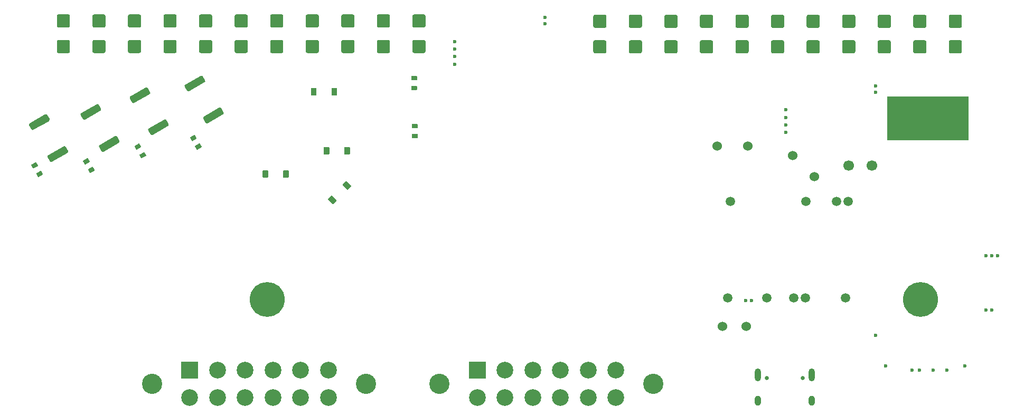
<source format=gbs>
G04 #@! TF.GenerationSoftware,KiCad,Pcbnew,7.0.9-7.0.9~ubuntu22.04.1*
G04 #@! TF.CreationDate,2023-12-29T01:41:11+00:00*
G04 #@! TF.ProjectId,uaeficopiedtovfr,75616566-6963-46f7-9069-6564746f7666,rev?*
G04 #@! TF.SameCoordinates,Original*
G04 #@! TF.FileFunction,Soldermask,Bot*
G04 #@! TF.FilePolarity,Negative*
%FSLAX46Y46*%
G04 Gerber Fmt 4.6, Leading zero omitted, Abs format (unit mm)*
G04 Created by KiCad (PCBNEW 7.0.9-7.0.9~ubuntu22.04.1) date 2023-12-29 01:41:11*
%MOMM*%
%LPD*%
G01*
G04 APERTURE LIST*
%ADD10C,0.120000*%
%ADD11C,1.524000*%
%ADD12R,2.682000X2.682000*%
%ADD13C,2.682000*%
%ADD14C,3.240000*%
%ADD15C,5.600000*%
%ADD16C,0.600000*%
%ADD17C,0.599999*%
%ADD18C,1.500000*%
%ADD19C,1.700000*%
%ADD20C,0.650000*%
%ADD21O,1.000000X2.100000*%
%ADD22O,1.000000X1.600000*%
G04 APERTURE END LIST*
G04 #@! TO.C,U2*
D10*
X153712500Y45175000D02*
X140712500Y45175000D01*
X140712500Y52175000D01*
X153712500Y52175000D01*
X153712500Y45175000D01*
G36*
X153712500Y45175000D02*
G01*
X140712500Y45175000D01*
X140712500Y52175000D01*
X153712500Y52175000D01*
X153712500Y45175000D01*
G37*
G04 #@! TD*
D11*
G04 #@! TO.C,R4*
X118105000Y15275000D03*
X114295000Y15275000D03*
G04 #@! TD*
D12*
G04 #@! TO.C,J4*
X75010000Y8225000D03*
D13*
X79460000Y8225000D03*
X83900000Y8225000D03*
X88350000Y8225000D03*
X92790000Y8225000D03*
X97240000Y8225000D03*
X97240000Y3775000D03*
X92790000Y3775000D03*
X88350000Y3775000D03*
X83900000Y3775000D03*
X79460000Y3775000D03*
X75010000Y3775000D03*
D14*
X68975000Y5995000D03*
X103265000Y5995000D03*
G04 #@! TD*
D15*
G04 #@! TO.C,H2*
X41350000Y19550000D03*
G04 #@! TD*
D16*
G04 #@! TO.C,M2*
X156575002Y26550000D03*
X157525002Y26550000D03*
X158475000Y26550000D03*
X157475002Y17850000D03*
X156575002Y17850000D03*
G04 #@! TD*
G04 #@! TO.C,M3*
X71425000Y59750000D03*
X71425000Y60950000D03*
X71425000Y58550000D03*
X71425000Y57350000D03*
X85850000Y63810000D03*
X85850000Y64810000D03*
G04 #@! TD*
D17*
G04 #@! TO.C,M8*
X138924992Y13775010D03*
X140500006Y8870001D03*
X153204024Y8879064D03*
X144724996Y8200000D03*
X145900000Y8200000D03*
X148074994Y8200000D03*
X150299996Y8200000D03*
G04 #@! TD*
D18*
G04 #@! TO.C,M1*
X134024999Y19800005D03*
X127625002Y19800005D03*
X125724999Y19800005D03*
X121424999Y19800005D03*
D16*
X119025002Y19350006D03*
X118025001Y19350006D03*
D18*
X115174999Y19800005D03*
X134475001Y35300002D03*
X132625002Y35300002D03*
X127674999Y35300002D03*
X115625001Y35300002D03*
G04 #@! TD*
G04 #@! TO.C,U1*
G36*
G01*
X64625000Y59375001D02*
X64625000Y60974999D01*
G75*
G02*
X64875001Y61225000I250001J0D01*
G01*
X66474999Y61225000D01*
G75*
G02*
X66725000Y60974999I0J-250001D01*
G01*
X66725000Y59375001D01*
G75*
G02*
X66474999Y59125000I-250001J0D01*
G01*
X64875001Y59125000D01*
G75*
G02*
X64625000Y59375001I0J250001D01*
G01*
G37*
G36*
G01*
X58925000Y59375001D02*
X58925000Y60974999D01*
G75*
G02*
X59175001Y61225000I250001J0D01*
G01*
X60774999Y61225000D01*
G75*
G02*
X61025000Y60974999I0J-250001D01*
G01*
X61025000Y59375001D01*
G75*
G02*
X60774999Y59125000I-250001J0D01*
G01*
X59175001Y59125000D01*
G75*
G02*
X58925000Y59375001I0J250001D01*
G01*
G37*
G36*
G01*
X53225000Y59375001D02*
X53225000Y60974999D01*
G75*
G02*
X53475001Y61225000I250001J0D01*
G01*
X55074999Y61225000D01*
G75*
G02*
X55325000Y60974999I0J-250001D01*
G01*
X55325000Y59375001D01*
G75*
G02*
X55074999Y59125000I-250001J0D01*
G01*
X53475001Y59125000D01*
G75*
G02*
X53225000Y59375001I0J250001D01*
G01*
G37*
G36*
G01*
X47525000Y59375001D02*
X47525000Y60974999D01*
G75*
G02*
X47775001Y61225000I250001J0D01*
G01*
X49374999Y61225000D01*
G75*
G02*
X49625000Y60974999I0J-250001D01*
G01*
X49625000Y59375001D01*
G75*
G02*
X49374999Y59125000I-250001J0D01*
G01*
X47775001Y59125000D01*
G75*
G02*
X47525000Y59375001I0J250001D01*
G01*
G37*
G36*
G01*
X41825000Y59375001D02*
X41825000Y60974999D01*
G75*
G02*
X42075001Y61225000I250001J0D01*
G01*
X43674999Y61225000D01*
G75*
G02*
X43925000Y60974999I0J-250001D01*
G01*
X43925000Y59375001D01*
G75*
G02*
X43674999Y59125000I-250001J0D01*
G01*
X42075001Y59125000D01*
G75*
G02*
X41825000Y59375001I0J250001D01*
G01*
G37*
G36*
G01*
X36125000Y59375001D02*
X36125000Y60974999D01*
G75*
G02*
X36375001Y61225000I250001J0D01*
G01*
X37974999Y61225000D01*
G75*
G02*
X38225000Y60974999I0J-250001D01*
G01*
X38225000Y59375001D01*
G75*
G02*
X37974999Y59125000I-250001J0D01*
G01*
X36375001Y59125000D01*
G75*
G02*
X36125000Y59375001I0J250001D01*
G01*
G37*
G36*
G01*
X30425000Y59375001D02*
X30425000Y60974999D01*
G75*
G02*
X30675001Y61225000I250001J0D01*
G01*
X32274999Y61225000D01*
G75*
G02*
X32525000Y60974999I0J-250001D01*
G01*
X32525000Y59375001D01*
G75*
G02*
X32274999Y59125000I-250001J0D01*
G01*
X30675001Y59125000D01*
G75*
G02*
X30425000Y59375001I0J250001D01*
G01*
G37*
G36*
G01*
X24725000Y59375001D02*
X24725000Y60974999D01*
G75*
G02*
X24975001Y61225000I250001J0D01*
G01*
X26574999Y61225000D01*
G75*
G02*
X26825000Y60974999I0J-250001D01*
G01*
X26825000Y59375001D01*
G75*
G02*
X26574999Y59125000I-250001J0D01*
G01*
X24975001Y59125000D01*
G75*
G02*
X24725000Y59375001I0J250001D01*
G01*
G37*
G36*
G01*
X19025000Y59375001D02*
X19025000Y60974999D01*
G75*
G02*
X19275001Y61225000I250001J0D01*
G01*
X20874999Y61225000D01*
G75*
G02*
X21125000Y60974999I0J-250001D01*
G01*
X21125000Y59375001D01*
G75*
G02*
X20874999Y59125000I-250001J0D01*
G01*
X19275001Y59125000D01*
G75*
G02*
X19025000Y59375001I0J250001D01*
G01*
G37*
G36*
G01*
X13325000Y59375001D02*
X13325000Y60974999D01*
G75*
G02*
X13575001Y61225000I250001J0D01*
G01*
X15174999Y61225000D01*
G75*
G02*
X15425000Y60974999I0J-250001D01*
G01*
X15425000Y59375001D01*
G75*
G02*
X15174999Y59125000I-250001J0D01*
G01*
X13575001Y59125000D01*
G75*
G02*
X13325000Y59375001I0J250001D01*
G01*
G37*
G36*
G01*
X7625000Y59375001D02*
X7625000Y60974999D01*
G75*
G02*
X7875001Y61225000I250001J0D01*
G01*
X9474999Y61225000D01*
G75*
G02*
X9725000Y60974999I0J-250001D01*
G01*
X9725000Y59375001D01*
G75*
G02*
X9474999Y59125000I-250001J0D01*
G01*
X7875001Y59125000D01*
G75*
G02*
X7625000Y59375001I0J250001D01*
G01*
G37*
G36*
G01*
X64625000Y63475001D02*
X64625000Y65074999D01*
G75*
G02*
X64875001Y65325000I250001J0D01*
G01*
X66474999Y65325000D01*
G75*
G02*
X66725000Y65074999I0J-250001D01*
G01*
X66725000Y63475001D01*
G75*
G02*
X66474999Y63225000I-250001J0D01*
G01*
X64875001Y63225000D01*
G75*
G02*
X64625000Y63475001I0J250001D01*
G01*
G37*
G36*
G01*
X58925000Y63475001D02*
X58925000Y65074999D01*
G75*
G02*
X59175001Y65325000I250001J0D01*
G01*
X60774999Y65325000D01*
G75*
G02*
X61025000Y65074999I0J-250001D01*
G01*
X61025000Y63475001D01*
G75*
G02*
X60774999Y63225000I-250001J0D01*
G01*
X59175001Y63225000D01*
G75*
G02*
X58925000Y63475001I0J250001D01*
G01*
G37*
G36*
G01*
X53225000Y63475001D02*
X53225000Y65074999D01*
G75*
G02*
X53475001Y65325000I250001J0D01*
G01*
X55074999Y65325000D01*
G75*
G02*
X55325000Y65074999I0J-250001D01*
G01*
X55325000Y63475001D01*
G75*
G02*
X55074999Y63225000I-250001J0D01*
G01*
X53475001Y63225000D01*
G75*
G02*
X53225000Y63475001I0J250001D01*
G01*
G37*
G36*
G01*
X47525000Y63475001D02*
X47525000Y65074999D01*
G75*
G02*
X47775001Y65325000I250001J0D01*
G01*
X49374999Y65325000D01*
G75*
G02*
X49625000Y65074999I0J-250001D01*
G01*
X49625000Y63475001D01*
G75*
G02*
X49374999Y63225000I-250001J0D01*
G01*
X47775001Y63225000D01*
G75*
G02*
X47525000Y63475001I0J250001D01*
G01*
G37*
G36*
G01*
X41825000Y63475001D02*
X41825000Y65074999D01*
G75*
G02*
X42075001Y65325000I250001J0D01*
G01*
X43674999Y65325000D01*
G75*
G02*
X43925000Y65074999I0J-250001D01*
G01*
X43925000Y63475001D01*
G75*
G02*
X43674999Y63225000I-250001J0D01*
G01*
X42075001Y63225000D01*
G75*
G02*
X41825000Y63475001I0J250001D01*
G01*
G37*
G36*
G01*
X36125000Y63475001D02*
X36125000Y65074999D01*
G75*
G02*
X36375001Y65325000I250001J0D01*
G01*
X37974999Y65325000D01*
G75*
G02*
X38225000Y65074999I0J-250001D01*
G01*
X38225000Y63475001D01*
G75*
G02*
X37974999Y63225000I-250001J0D01*
G01*
X36375001Y63225000D01*
G75*
G02*
X36125000Y63475001I0J250001D01*
G01*
G37*
G36*
G01*
X30425000Y63475001D02*
X30425000Y65074999D01*
G75*
G02*
X30675001Y65325000I250001J0D01*
G01*
X32274999Y65325000D01*
G75*
G02*
X32525000Y65074999I0J-250001D01*
G01*
X32525000Y63475001D01*
G75*
G02*
X32274999Y63225000I-250001J0D01*
G01*
X30675001Y63225000D01*
G75*
G02*
X30425000Y63475001I0J250001D01*
G01*
G37*
G36*
G01*
X24725000Y63475001D02*
X24725000Y65074999D01*
G75*
G02*
X24975001Y65325000I250001J0D01*
G01*
X26574999Y65325000D01*
G75*
G02*
X26825000Y65074999I0J-250001D01*
G01*
X26825000Y63475001D01*
G75*
G02*
X26574999Y63225000I-250001J0D01*
G01*
X24975001Y63225000D01*
G75*
G02*
X24725000Y63475001I0J250001D01*
G01*
G37*
G36*
G01*
X19025000Y63475001D02*
X19025000Y65074999D01*
G75*
G02*
X19275001Y65325000I250001J0D01*
G01*
X20874999Y65325000D01*
G75*
G02*
X21125000Y65074999I0J-250001D01*
G01*
X21125000Y63475001D01*
G75*
G02*
X20874999Y63225000I-250001J0D01*
G01*
X19275001Y63225000D01*
G75*
G02*
X19025000Y63475001I0J250001D01*
G01*
G37*
G36*
G01*
X13325000Y63475001D02*
X13325000Y65074999D01*
G75*
G02*
X13575001Y65325000I250001J0D01*
G01*
X15174999Y65325000D01*
G75*
G02*
X15425000Y65074999I0J-250001D01*
G01*
X15425000Y63475001D01*
G75*
G02*
X15174999Y63225000I-250001J0D01*
G01*
X13575001Y63225000D01*
G75*
G02*
X13325000Y63475001I0J250001D01*
G01*
G37*
G36*
G01*
X7625000Y63475001D02*
X7625000Y65074999D01*
G75*
G02*
X7875001Y65325000I250001J0D01*
G01*
X9474999Y65325000D01*
G75*
G02*
X9725000Y65074999I0J-250001D01*
G01*
X9725000Y63475001D01*
G75*
G02*
X9474999Y63225000I-250001J0D01*
G01*
X7875001Y63225000D01*
G75*
G02*
X7625000Y63475001I0J250001D01*
G01*
G37*
G36*
G01*
X150625000Y59325001D02*
X150625000Y60924999D01*
G75*
G02*
X150875001Y61175000I250001J0D01*
G01*
X152474999Y61175000D01*
G75*
G02*
X152725000Y60924999I0J-250001D01*
G01*
X152725000Y59325001D01*
G75*
G02*
X152474999Y59075000I-250001J0D01*
G01*
X150875001Y59075000D01*
G75*
G02*
X150625000Y59325001I0J250001D01*
G01*
G37*
G36*
G01*
X144925000Y59325001D02*
X144925000Y60924999D01*
G75*
G02*
X145175001Y61175000I250001J0D01*
G01*
X146774999Y61175000D01*
G75*
G02*
X147025000Y60924999I0J-250001D01*
G01*
X147025000Y59325001D01*
G75*
G02*
X146774999Y59075000I-250001J0D01*
G01*
X145175001Y59075000D01*
G75*
G02*
X144925000Y59325001I0J250001D01*
G01*
G37*
G36*
G01*
X139225000Y59325001D02*
X139225000Y60924999D01*
G75*
G02*
X139475001Y61175000I250001J0D01*
G01*
X141074999Y61175000D01*
G75*
G02*
X141325000Y60924999I0J-250001D01*
G01*
X141325000Y59325001D01*
G75*
G02*
X141074999Y59075000I-250001J0D01*
G01*
X139475001Y59075000D01*
G75*
G02*
X139225000Y59325001I0J250001D01*
G01*
G37*
G36*
G01*
X133525000Y59325001D02*
X133525000Y60924999D01*
G75*
G02*
X133775001Y61175000I250001J0D01*
G01*
X135374999Y61175000D01*
G75*
G02*
X135625000Y60924999I0J-250001D01*
G01*
X135625000Y59325001D01*
G75*
G02*
X135374999Y59075000I-250001J0D01*
G01*
X133775001Y59075000D01*
G75*
G02*
X133525000Y59325001I0J250001D01*
G01*
G37*
G36*
G01*
X127825000Y59325001D02*
X127825000Y60924999D01*
G75*
G02*
X128075001Y61175000I250001J0D01*
G01*
X129674999Y61175000D01*
G75*
G02*
X129925000Y60924999I0J-250001D01*
G01*
X129925000Y59325001D01*
G75*
G02*
X129674999Y59075000I-250001J0D01*
G01*
X128075001Y59075000D01*
G75*
G02*
X127825000Y59325001I0J250001D01*
G01*
G37*
G36*
G01*
X122125000Y59325001D02*
X122125000Y60924999D01*
G75*
G02*
X122375001Y61175000I250001J0D01*
G01*
X123974999Y61175000D01*
G75*
G02*
X124225000Y60924999I0J-250001D01*
G01*
X124225000Y59325001D01*
G75*
G02*
X123974999Y59075000I-250001J0D01*
G01*
X122375001Y59075000D01*
G75*
G02*
X122125000Y59325001I0J250001D01*
G01*
G37*
G36*
G01*
X116425000Y59325001D02*
X116425000Y60924999D01*
G75*
G02*
X116675001Y61175000I250001J0D01*
G01*
X118274999Y61175000D01*
G75*
G02*
X118525000Y60924999I0J-250001D01*
G01*
X118525000Y59325001D01*
G75*
G02*
X118274999Y59075000I-250001J0D01*
G01*
X116675001Y59075000D01*
G75*
G02*
X116425000Y59325001I0J250001D01*
G01*
G37*
G36*
G01*
X110725000Y59325001D02*
X110725000Y60924999D01*
G75*
G02*
X110975001Y61175000I250001J0D01*
G01*
X112574999Y61175000D01*
G75*
G02*
X112825000Y60924999I0J-250001D01*
G01*
X112825000Y59325001D01*
G75*
G02*
X112574999Y59075000I-250001J0D01*
G01*
X110975001Y59075000D01*
G75*
G02*
X110725000Y59325001I0J250001D01*
G01*
G37*
G36*
G01*
X105025000Y59325001D02*
X105025000Y60924999D01*
G75*
G02*
X105275001Y61175000I250001J0D01*
G01*
X106874999Y61175000D01*
G75*
G02*
X107125000Y60924999I0J-250001D01*
G01*
X107125000Y59325001D01*
G75*
G02*
X106874999Y59075000I-250001J0D01*
G01*
X105275001Y59075000D01*
G75*
G02*
X105025000Y59325001I0J250001D01*
G01*
G37*
G36*
G01*
X99325000Y59325001D02*
X99325000Y60924999D01*
G75*
G02*
X99575001Y61175000I250001J0D01*
G01*
X101174999Y61175000D01*
G75*
G02*
X101425000Y60924999I0J-250001D01*
G01*
X101425000Y59325001D01*
G75*
G02*
X101174999Y59075000I-250001J0D01*
G01*
X99575001Y59075000D01*
G75*
G02*
X99325000Y59325001I0J250001D01*
G01*
G37*
G36*
G01*
X93625000Y59325001D02*
X93625000Y60924999D01*
G75*
G02*
X93875001Y61175000I250001J0D01*
G01*
X95474999Y61175000D01*
G75*
G02*
X95725000Y60924999I0J-250001D01*
G01*
X95725000Y59325001D01*
G75*
G02*
X95474999Y59075000I-250001J0D01*
G01*
X93875001Y59075000D01*
G75*
G02*
X93625000Y59325001I0J250001D01*
G01*
G37*
G36*
G01*
X150625000Y63425001D02*
X150625000Y65024999D01*
G75*
G02*
X150875001Y65275000I250001J0D01*
G01*
X152474999Y65275000D01*
G75*
G02*
X152725000Y65024999I0J-250001D01*
G01*
X152725000Y63425001D01*
G75*
G02*
X152474999Y63175000I-250001J0D01*
G01*
X150875001Y63175000D01*
G75*
G02*
X150625000Y63425001I0J250001D01*
G01*
G37*
G36*
G01*
X144925000Y63425001D02*
X144925000Y65024999D01*
G75*
G02*
X145175001Y65275000I250001J0D01*
G01*
X146774999Y65275000D01*
G75*
G02*
X147025000Y65024999I0J-250001D01*
G01*
X147025000Y63425001D01*
G75*
G02*
X146774999Y63175000I-250001J0D01*
G01*
X145175001Y63175000D01*
G75*
G02*
X144925000Y63425001I0J250001D01*
G01*
G37*
G36*
G01*
X139225000Y63425001D02*
X139225000Y65024999D01*
G75*
G02*
X139475001Y65275000I250001J0D01*
G01*
X141074999Y65275000D01*
G75*
G02*
X141325000Y65024999I0J-250001D01*
G01*
X141325000Y63425001D01*
G75*
G02*
X141074999Y63175000I-250001J0D01*
G01*
X139475001Y63175000D01*
G75*
G02*
X139225000Y63425001I0J250001D01*
G01*
G37*
G36*
G01*
X133525000Y63425001D02*
X133525000Y65024999D01*
G75*
G02*
X133775001Y65275000I250001J0D01*
G01*
X135374999Y65275000D01*
G75*
G02*
X135625000Y65024999I0J-250001D01*
G01*
X135625000Y63425001D01*
G75*
G02*
X135374999Y63175000I-250001J0D01*
G01*
X133775001Y63175000D01*
G75*
G02*
X133525000Y63425001I0J250001D01*
G01*
G37*
G36*
G01*
X127825000Y63425001D02*
X127825000Y65024999D01*
G75*
G02*
X128075001Y65275000I250001J0D01*
G01*
X129674999Y65275000D01*
G75*
G02*
X129925000Y65024999I0J-250001D01*
G01*
X129925000Y63425001D01*
G75*
G02*
X129674999Y63175000I-250001J0D01*
G01*
X128075001Y63175000D01*
G75*
G02*
X127825000Y63425001I0J250001D01*
G01*
G37*
G36*
G01*
X122125000Y63425001D02*
X122125000Y65024999D01*
G75*
G02*
X122375001Y65275000I250001J0D01*
G01*
X123974999Y65275000D01*
G75*
G02*
X124225000Y65024999I0J-250001D01*
G01*
X124225000Y63425001D01*
G75*
G02*
X123974999Y63175000I-250001J0D01*
G01*
X122375001Y63175000D01*
G75*
G02*
X122125000Y63425001I0J250001D01*
G01*
G37*
G36*
G01*
X116425000Y63425001D02*
X116425000Y65024999D01*
G75*
G02*
X116675001Y65275000I250001J0D01*
G01*
X118274999Y65275000D01*
G75*
G02*
X118525000Y65024999I0J-250001D01*
G01*
X118525000Y63425001D01*
G75*
G02*
X118274999Y63175000I-250001J0D01*
G01*
X116675001Y63175000D01*
G75*
G02*
X116425000Y63425001I0J250001D01*
G01*
G37*
G36*
G01*
X110725000Y63425001D02*
X110725000Y65024999D01*
G75*
G02*
X110975001Y65275000I250001J0D01*
G01*
X112574999Y65275000D01*
G75*
G02*
X112825000Y65024999I0J-250001D01*
G01*
X112825000Y63425001D01*
G75*
G02*
X112574999Y63175000I-250001J0D01*
G01*
X110975001Y63175000D01*
G75*
G02*
X110725000Y63425001I0J250001D01*
G01*
G37*
G36*
G01*
X105025000Y63425001D02*
X105025000Y65024999D01*
G75*
G02*
X105275001Y65275000I250001J0D01*
G01*
X106874999Y65275000D01*
G75*
G02*
X107125000Y65024999I0J-250001D01*
G01*
X107125000Y63425001D01*
G75*
G02*
X106874999Y63175000I-250001J0D01*
G01*
X105275001Y63175000D01*
G75*
G02*
X105025000Y63425001I0J250001D01*
G01*
G37*
G36*
G01*
X99325000Y63425001D02*
X99325000Y65024999D01*
G75*
G02*
X99575001Y65275000I250001J0D01*
G01*
X101174999Y65275000D01*
G75*
G02*
X101425000Y65024999I0J-250001D01*
G01*
X101425000Y63425001D01*
G75*
G02*
X101174999Y63175000I-250001J0D01*
G01*
X99575001Y63175000D01*
G75*
G02*
X99325000Y63425001I0J250001D01*
G01*
G37*
G36*
G01*
X93625000Y63425001D02*
X93625000Y65024999D01*
G75*
G02*
X93875001Y65275000I250001J0D01*
G01*
X95474999Y65275000D01*
G75*
G02*
X95725000Y65024999I0J-250001D01*
G01*
X95725000Y63425001D01*
G75*
G02*
X95474999Y63175000I-250001J0D01*
G01*
X93875001Y63175000D01*
G75*
G02*
X93625000Y63425001I0J250001D01*
G01*
G37*
G04 #@! TD*
D16*
G04 #@! TO.C,M4*
X124475000Y48800000D03*
X124475000Y50000000D03*
X124475000Y47600000D03*
X124475000Y46400000D03*
X138900000Y52860000D03*
X138900000Y53860000D03*
G04 #@! TD*
D19*
G04 #@! TO.C,P3*
X134550000Y41075000D03*
G04 #@! TD*
D20*
G04 #@! TO.C,J9*
X121460000Y6955000D03*
X127240000Y6955000D03*
D21*
X120030000Y7455000D03*
D22*
X120030000Y3275000D03*
D21*
X128670000Y7455000D03*
D22*
X128670000Y3275000D03*
G04 #@! TD*
D15*
G04 #@! TO.C,H1*
X146050000Y19550000D03*
G04 #@! TD*
D19*
G04 #@! TO.C,P4*
X138330000Y41075000D03*
G04 #@! TD*
D11*
G04 #@! TO.C,F2*
X113500000Y44175000D03*
X118400000Y44175000D03*
G04 #@! TD*
D12*
G04 #@! TO.C,J1*
X28910000Y8225000D03*
D13*
X33360000Y8225000D03*
X37800000Y8225000D03*
X42250000Y8225000D03*
X46690000Y8225000D03*
X51140000Y8225000D03*
X51140000Y3775000D03*
X46690000Y3775000D03*
X42250000Y3775000D03*
X37800000Y3775000D03*
X33360000Y3775000D03*
X28910000Y3775000D03*
D14*
X22875000Y5995000D03*
X57165000Y5995000D03*
G04 #@! TD*
D11*
G04 #@! TO.C,F1*
X125567588Y42707412D03*
X129032412Y39242588D03*
G04 #@! TD*
G04 #@! TO.C,R14*
G36*
G01*
X25446586Y47392646D02*
X22978414Y45967646D01*
G75*
G02*
X22636908Y46059152I-125000J216506D01*
G01*
X22274408Y46687020D01*
G75*
G02*
X22365914Y47028526I216506J125000D01*
G01*
X24834086Y48453526D01*
G75*
G02*
X25175592Y48362020I125000J-216506D01*
G01*
X25538092Y47734152D01*
G75*
G02*
X25446586Y47392646I-216506J-125000D01*
G01*
G37*
G36*
G01*
X22484086Y52523846D02*
X20015914Y51098846D01*
G75*
G02*
X19674408Y51190352I-125000J216506D01*
G01*
X19311908Y51818220D01*
G75*
G02*
X19403414Y52159726I216506J125000D01*
G01*
X21871586Y53584726D01*
G75*
G02*
X22213092Y53493220I125000J-216506D01*
G01*
X22575592Y52865352D01*
G75*
G02*
X22484086Y52523846I-216506J-125000D01*
G01*
G37*
G04 #@! TD*
G04 #@! TO.C,R12*
G36*
G01*
X34254775Y49279553D02*
X31786603Y47854553D01*
G75*
G02*
X31445097Y47946059I-125000J216506D01*
G01*
X31082597Y48573927D01*
G75*
G02*
X31174103Y48915433I216506J125000D01*
G01*
X33642275Y50340433D01*
G75*
G02*
X33983781Y50248927I125000J-216506D01*
G01*
X34346281Y49621059D01*
G75*
G02*
X34254775Y49279553I-216506J-125000D01*
G01*
G37*
G36*
G01*
X31292275Y54410753D02*
X28824103Y52985753D01*
G75*
G02*
X28482597Y53077259I-125000J216506D01*
G01*
X28120097Y53705127D01*
G75*
G02*
X28211603Y54046633I216506J125000D01*
G01*
X30679775Y55471633D01*
G75*
G02*
X31021281Y55380127I125000J-216506D01*
G01*
X31383781Y54752259D01*
G75*
G02*
X31292275Y54410753I-216506J-125000D01*
G01*
G37*
G04 #@! TD*
G04 #@! TO.C,R15*
G36*
G01*
X13662750Y40249071D02*
X12987250Y39859071D01*
G75*
G02*
X12891628Y39884693I-35000J60622D01*
G01*
X12611628Y40369667D01*
G75*
G02*
X12637250Y40465289I60622J35000D01*
G01*
X13312750Y40855289D01*
G75*
G02*
X13408372Y40829667I35000J-60622D01*
G01*
X13688372Y40344693D01*
G75*
G02*
X13662750Y40249071I-60622J-35000D01*
G01*
G37*
G36*
G01*
X12862750Y41634711D02*
X12187250Y41244711D01*
G75*
G02*
X12091628Y41270333I-35000J60622D01*
G01*
X11811628Y41755307D01*
G75*
G02*
X11837250Y41850929I60622J35000D01*
G01*
X12512750Y42240929D01*
G75*
G02*
X12608372Y42215307I35000J-60622D01*
G01*
X12888372Y41730333D01*
G75*
G02*
X12862750Y41634711I-60622J-35000D01*
G01*
G37*
G04 #@! TD*
G04 #@! TO.C,D2*
G36*
G01*
X52545000Y53435000D02*
X52545000Y52415000D01*
G75*
G02*
X52455000Y52325000I-90000J0D01*
G01*
X51735000Y52325000D01*
G75*
G02*
X51645000Y52415000I0J90000D01*
G01*
X51645000Y53435000D01*
G75*
G02*
X51735000Y53525000I90000J0D01*
G01*
X52455000Y53525000D01*
G75*
G02*
X52545000Y53435000I0J-90000D01*
G01*
G37*
G36*
G01*
X49245000Y53435000D02*
X49245000Y52415000D01*
G75*
G02*
X49155000Y52325000I-90000J0D01*
G01*
X48435000Y52325000D01*
G75*
G02*
X48345000Y52415000I0J90000D01*
G01*
X48345000Y53435000D01*
G75*
G02*
X48435000Y53525000I90000J0D01*
G01*
X49155000Y53525000D01*
G75*
G02*
X49245000Y53435000I0J-90000D01*
G01*
G37*
G04 #@! TD*
G04 #@! TO.C,D5*
G36*
G01*
X54062168Y38558417D02*
X54783417Y37837168D01*
G75*
G02*
X54783417Y37709888I-63640J-63640D01*
G01*
X54274300Y37200771D01*
G75*
G02*
X54147020Y37200771I-63640J63640D01*
G01*
X53425771Y37922020D01*
G75*
G02*
X53425771Y38049300I63640J63640D01*
G01*
X53934888Y38558417D01*
G75*
G02*
X54062168Y38558417I63640J-63640D01*
G01*
G37*
G36*
G01*
X51728716Y36224965D02*
X52449965Y35503716D01*
G75*
G02*
X52449965Y35376436I-63640J-63640D01*
G01*
X51940848Y34867319D01*
G75*
G02*
X51813568Y34867319I-63640J63640D01*
G01*
X51092319Y35588568D01*
G75*
G02*
X51092319Y35715848I63640J63640D01*
G01*
X51601436Y36224965D01*
G75*
G02*
X51728716Y36224965I63640J-63640D01*
G01*
G37*
G04 #@! TD*
G04 #@! TO.C,R30*
G36*
G01*
X65290000Y53150000D02*
X64510000Y53150000D01*
G75*
G02*
X64440000Y53220000I0J70000D01*
G01*
X64440000Y53780000D01*
G75*
G02*
X64510000Y53850000I70000J0D01*
G01*
X65290000Y53850000D01*
G75*
G02*
X65360000Y53780000I0J-70000D01*
G01*
X65360000Y53220000D01*
G75*
G02*
X65290000Y53150000I-70000J0D01*
G01*
G37*
G36*
G01*
X65290000Y54750000D02*
X64510000Y54750000D01*
G75*
G02*
X64440000Y54820000I0J70000D01*
G01*
X64440000Y55380000D01*
G75*
G02*
X64510000Y55450000I70000J0D01*
G01*
X65290000Y55450000D01*
G75*
G02*
X65360000Y55380000I0J-70000D01*
G01*
X65360000Y54820000D01*
G75*
G02*
X65290000Y54750000I-70000J0D01*
G01*
G37*
G04 #@! TD*
G04 #@! TO.C,R9*
G36*
G01*
X30812750Y43999071D02*
X30137250Y43609071D01*
G75*
G02*
X30041628Y43634693I-35000J60622D01*
G01*
X29761628Y44119667D01*
G75*
G02*
X29787250Y44215289I60622J35000D01*
G01*
X30462750Y44605289D01*
G75*
G02*
X30558372Y44579667I35000J-60622D01*
G01*
X30838372Y44094693D01*
G75*
G02*
X30812750Y43999071I-60622J-35000D01*
G01*
G37*
G36*
G01*
X30012750Y45384711D02*
X29337250Y44994711D01*
G75*
G02*
X29241628Y45020333I-35000J60622D01*
G01*
X28961628Y45505307D01*
G75*
G02*
X28987250Y45600929I60622J35000D01*
G01*
X29662750Y45990929D01*
G75*
G02*
X29758372Y45965307I35000J-60622D01*
G01*
X30038372Y45480333D01*
G75*
G02*
X30012750Y45384711I-60622J-35000D01*
G01*
G37*
G04 #@! TD*
G04 #@! TO.C,R18*
G36*
G01*
X17571586Y44716460D02*
X15103414Y43291460D01*
G75*
G02*
X14761908Y43382966I-125000J216506D01*
G01*
X14399408Y44010834D01*
G75*
G02*
X14490914Y44352340I216506J125000D01*
G01*
X16959086Y45777340D01*
G75*
G02*
X17300592Y45685834I125000J-216506D01*
G01*
X17663092Y45057966D01*
G75*
G02*
X17571586Y44716460I-216506J-125000D01*
G01*
G37*
G36*
G01*
X14609086Y49847660D02*
X12140914Y48422660D01*
G75*
G02*
X11799408Y48514166I-125000J216506D01*
G01*
X11436908Y49142034D01*
G75*
G02*
X11528414Y49483540I216506J125000D01*
G01*
X13996586Y50908540D01*
G75*
G02*
X14338092Y50817034I125000J-216506D01*
G01*
X14700592Y50189166D01*
G75*
G02*
X14609086Y49847660I-216506J-125000D01*
G01*
G37*
G04 #@! TD*
G04 #@! TO.C,R29*
G36*
G01*
X65390000Y45450000D02*
X64610000Y45450000D01*
G75*
G02*
X64540000Y45520000I0J70000D01*
G01*
X64540000Y46080000D01*
G75*
G02*
X64610000Y46150000I70000J0D01*
G01*
X65390000Y46150000D01*
G75*
G02*
X65460000Y46080000I0J-70000D01*
G01*
X65460000Y45520000D01*
G75*
G02*
X65390000Y45450000I-70000J0D01*
G01*
G37*
G36*
G01*
X65390000Y47050000D02*
X64610000Y47050000D01*
G75*
G02*
X64540000Y47120000I0J70000D01*
G01*
X64540000Y47680000D01*
G75*
G02*
X64610000Y47750000I70000J0D01*
G01*
X65390000Y47750000D01*
G75*
G02*
X65460000Y47680000I0J-70000D01*
G01*
X65460000Y47120000D01*
G75*
G02*
X65390000Y47050000I-70000J0D01*
G01*
G37*
G04 #@! TD*
G04 #@! TO.C,D3*
G36*
G01*
X54600000Y43935000D02*
X54600000Y42915000D01*
G75*
G02*
X54510000Y42825000I-90000J0D01*
G01*
X53790000Y42825000D01*
G75*
G02*
X53700000Y42915000I0J90000D01*
G01*
X53700000Y43935000D01*
G75*
G02*
X53790000Y44025000I90000J0D01*
G01*
X54510000Y44025000D01*
G75*
G02*
X54600000Y43935000I0J-90000D01*
G01*
G37*
G36*
G01*
X51300000Y43935000D02*
X51300000Y42915000D01*
G75*
G02*
X51210000Y42825000I-90000J0D01*
G01*
X50490000Y42825000D01*
G75*
G02*
X50400000Y42915000I0J90000D01*
G01*
X50400000Y43935000D01*
G75*
G02*
X50490000Y44025000I90000J0D01*
G01*
X51210000Y44025000D01*
G75*
G02*
X51300000Y43935000I0J-90000D01*
G01*
G37*
G04 #@! TD*
G04 #@! TO.C,D4*
G36*
G01*
X44795000Y40210000D02*
X44795000Y39190000D01*
G75*
G02*
X44705000Y39100000I-90000J0D01*
G01*
X43985000Y39100000D01*
G75*
G02*
X43895000Y39190000I0J90000D01*
G01*
X43895000Y40210000D01*
G75*
G02*
X43985000Y40300000I90000J0D01*
G01*
X44705000Y40300000D01*
G75*
G02*
X44795000Y40210000I0J-90000D01*
G01*
G37*
G36*
G01*
X41495000Y40210000D02*
X41495000Y39190000D01*
G75*
G02*
X41405000Y39100000I-90000J0D01*
G01*
X40685000Y39100000D01*
G75*
G02*
X40595000Y39190000I0J90000D01*
G01*
X40595000Y40210000D01*
G75*
G02*
X40685000Y40300000I90000J0D01*
G01*
X41405000Y40300000D01*
G75*
G02*
X41495000Y40210000I0J-90000D01*
G01*
G37*
G04 #@! TD*
G04 #@! TO.C,R10*
G36*
G01*
X5362750Y39599071D02*
X4687250Y39209071D01*
G75*
G02*
X4591628Y39234693I-35000J60622D01*
G01*
X4311628Y39719667D01*
G75*
G02*
X4337250Y39815289I60622J35000D01*
G01*
X5012750Y40205289D01*
G75*
G02*
X5108372Y40179667I35000J-60622D01*
G01*
X5388372Y39694693D01*
G75*
G02*
X5362750Y39599071I-60622J-35000D01*
G01*
G37*
G36*
G01*
X4562750Y40984711D02*
X3887250Y40594711D01*
G75*
G02*
X3791628Y40620333I-35000J60622D01*
G01*
X3511628Y41105307D01*
G75*
G02*
X3537250Y41200929I60622J35000D01*
G01*
X4212750Y41590929D01*
G75*
G02*
X4308372Y41565307I35000J-60622D01*
G01*
X4588372Y41080333D01*
G75*
G02*
X4562750Y40984711I-60622J-35000D01*
G01*
G37*
G04 #@! TD*
G04 #@! TO.C,R13*
G36*
G01*
X9313397Y43079553D02*
X6845225Y41654553D01*
G75*
G02*
X6503719Y41746059I-125000J216506D01*
G01*
X6141219Y42373927D01*
G75*
G02*
X6232725Y42715433I216506J125000D01*
G01*
X8700897Y44140433D01*
G75*
G02*
X9042403Y44048927I125000J-216506D01*
G01*
X9404903Y43421059D01*
G75*
G02*
X9313397Y43079553I-216506J-125000D01*
G01*
G37*
G36*
G01*
X6350897Y48210753D02*
X3882725Y46785753D01*
G75*
G02*
X3541219Y46877259I-125000J216506D01*
G01*
X3178719Y47505127D01*
G75*
G02*
X3270225Y47846633I216506J125000D01*
G01*
X5738397Y49271633D01*
G75*
G02*
X6079903Y49180127I125000J-216506D01*
G01*
X6442403Y48552259D01*
G75*
G02*
X6350897Y48210753I-216506J-125000D01*
G01*
G37*
G04 #@! TD*
G04 #@! TO.C,R11*
G36*
G01*
X21912750Y42599071D02*
X21237250Y42209071D01*
G75*
G02*
X21141628Y42234693I-35000J60622D01*
G01*
X20861628Y42719667D01*
G75*
G02*
X20887250Y42815289I60622J35000D01*
G01*
X21562750Y43205289D01*
G75*
G02*
X21658372Y43179667I35000J-60622D01*
G01*
X21938372Y42694693D01*
G75*
G02*
X21912750Y42599071I-60622J-35000D01*
G01*
G37*
G36*
G01*
X21112750Y43984711D02*
X20437250Y43594711D01*
G75*
G02*
X20341628Y43620333I-35000J60622D01*
G01*
X20061628Y44105307D01*
G75*
G02*
X20087250Y44200929I60622J35000D01*
G01*
X20762750Y44590929D01*
G75*
G02*
X20858372Y44565307I35000J-60622D01*
G01*
X21138372Y44080333D01*
G75*
G02*
X21112750Y43984711I-60622J-35000D01*
G01*
G37*
G04 #@! TD*
M02*

</source>
